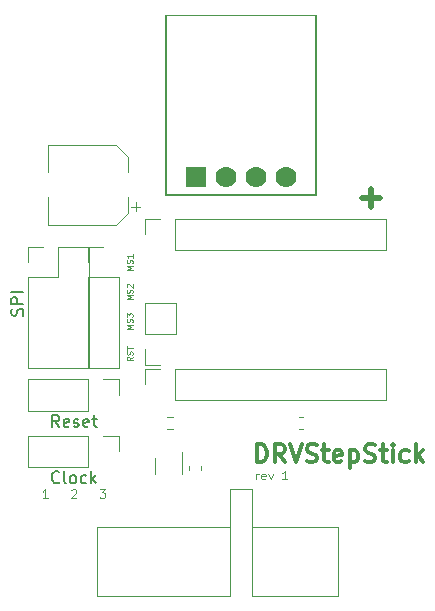
<source format=gto>
G04 #@! TF.GenerationSoftware,KiCad,Pcbnew,5.99.0-unknown-50e22de3ba~107~ubuntu20.04.1*
G04 #@! TF.CreationDate,2021-01-18T16:46:35-08:00*
G04 #@! TF.ProjectId,DRV-StepStick,4452562d-5374-4657-9053-7469636b2e6b,rev?*
G04 #@! TF.SameCoordinates,PX67f3540PY6cb8080*
G04 #@! TF.FileFunction,Legend,Top*
G04 #@! TF.FilePolarity,Positive*
%FSLAX46Y46*%
G04 Gerber Fmt 4.6, Leading zero omitted, Abs format (unit mm)*
G04 Created by KiCad (PCBNEW 5.99.0-unknown-50e22de3ba~107~ubuntu20.04.1) date 2021-01-18 16:46:35*
%MOMM*%
%LPD*%
G01*
G04 APERTURE LIST*
%ADD10C,0.150000*%
%ADD11C,0.100000*%
%ADD12C,0.300000*%
%ADD13C,0.125000*%
%ADD14C,0.500000*%
%ADD15C,0.120000*%
%ADD16R,1.778000X1.778000*%
%ADD17C,1.778000*%
G04 APERTURE END LIST*
D10*
X4761904Y14297620D02*
X4428571Y14773810D01*
X4190476Y14297620D02*
X4190476Y15297620D01*
X4571428Y15297620D01*
X4666666Y15250000D01*
X4714285Y15202381D01*
X4761904Y15107143D01*
X4761904Y14964286D01*
X4714285Y14869048D01*
X4666666Y14821429D01*
X4571428Y14773810D01*
X4190476Y14773810D01*
X5571428Y14345239D02*
X5476190Y14297620D01*
X5285714Y14297620D01*
X5190476Y14345239D01*
X5142857Y14440477D01*
X5142857Y14821429D01*
X5190476Y14916667D01*
X5285714Y14964286D01*
X5476190Y14964286D01*
X5571428Y14916667D01*
X5619047Y14821429D01*
X5619047Y14726191D01*
X5142857Y14630953D01*
X6000000Y14345239D02*
X6095238Y14297620D01*
X6285714Y14297620D01*
X6380952Y14345239D01*
X6428571Y14440477D01*
X6428571Y14488096D01*
X6380952Y14583334D01*
X6285714Y14630953D01*
X6142857Y14630953D01*
X6047619Y14678572D01*
X6000000Y14773810D01*
X6000000Y14821429D01*
X6047619Y14916667D01*
X6142857Y14964286D01*
X6285714Y14964286D01*
X6380952Y14916667D01*
X7238095Y14345239D02*
X7142857Y14297620D01*
X6952380Y14297620D01*
X6857142Y14345239D01*
X6809523Y14440477D01*
X6809523Y14821429D01*
X6857142Y14916667D01*
X6952380Y14964286D01*
X7142857Y14964286D01*
X7238095Y14916667D01*
X7285714Y14821429D01*
X7285714Y14726191D01*
X6809523Y14630953D01*
X7571428Y14964286D02*
X7952380Y14964286D01*
X7714285Y15297620D02*
X7714285Y14440477D01*
X7761904Y14345239D01*
X7857142Y14297620D01*
X7952380Y14297620D01*
D11*
X3789470Y8292576D02*
X3360898Y8292576D01*
X3575184Y8292576D02*
X3575184Y9042576D01*
X3503756Y8935433D01*
X3432327Y8864004D01*
X3360898Y8828290D01*
X5789470Y8971147D02*
X5825184Y9006861D01*
X5896613Y9042576D01*
X6075184Y9042576D01*
X6146613Y9006861D01*
X6182327Y8971147D01*
X6218041Y8899719D01*
X6218041Y8828290D01*
X6182327Y8721147D01*
X5753756Y8292576D01*
X6218041Y8292576D01*
X8182327Y9042576D02*
X8646613Y9042576D01*
X8396613Y8756861D01*
X8503756Y8756861D01*
X8575184Y8721147D01*
X8610898Y8685433D01*
X8646613Y8614004D01*
X8646613Y8435433D01*
X8610898Y8364004D01*
X8575184Y8328290D01*
X8503756Y8292576D01*
X8289470Y8292576D01*
X8218041Y8328290D01*
X8182327Y8364004D01*
D10*
X1654761Y23726191D02*
X1702380Y23869048D01*
X1702380Y24107143D01*
X1654761Y24202381D01*
X1607142Y24250000D01*
X1511904Y24297620D01*
X1416666Y24297620D01*
X1321428Y24250000D01*
X1273809Y24202381D01*
X1226190Y24107143D01*
X1178571Y23916667D01*
X1130952Y23821429D01*
X1083333Y23773810D01*
X988095Y23726191D01*
X892857Y23726191D01*
X797619Y23773810D01*
X750000Y23821429D01*
X702380Y23916667D01*
X702380Y24154762D01*
X750000Y24297620D01*
X1702380Y24726191D02*
X702380Y24726191D01*
X702380Y25107143D01*
X750000Y25202381D01*
X797619Y25250000D01*
X892857Y25297620D01*
X1035714Y25297620D01*
X1130952Y25250000D01*
X1178571Y25202381D01*
X1226190Y25107143D01*
X1226190Y24726191D01*
X1702380Y25726191D02*
X702380Y25726191D01*
D12*
X21502142Y11321429D02*
X21502142Y12821429D01*
X21859285Y12821429D01*
X22073571Y12750000D01*
X22216428Y12607143D01*
X22287857Y12464286D01*
X22359285Y12178572D01*
X22359285Y11964286D01*
X22287857Y11678572D01*
X22216428Y11535715D01*
X22073571Y11392858D01*
X21859285Y11321429D01*
X21502142Y11321429D01*
X23859285Y11321429D02*
X23359285Y12035715D01*
X23002142Y11321429D02*
X23002142Y12821429D01*
X23573571Y12821429D01*
X23716428Y12750000D01*
X23787857Y12678572D01*
X23859285Y12535715D01*
X23859285Y12321429D01*
X23787857Y12178572D01*
X23716428Y12107143D01*
X23573571Y12035715D01*
X23002142Y12035715D01*
X24287857Y12821429D02*
X24787857Y11321429D01*
X25287857Y12821429D01*
X25716428Y11392858D02*
X25930714Y11321429D01*
X26287857Y11321429D01*
X26430714Y11392858D01*
X26502142Y11464286D01*
X26573571Y11607143D01*
X26573571Y11750000D01*
X26502142Y11892858D01*
X26430714Y11964286D01*
X26287857Y12035715D01*
X26002142Y12107143D01*
X25859285Y12178572D01*
X25787857Y12250000D01*
X25716428Y12392858D01*
X25716428Y12535715D01*
X25787857Y12678572D01*
X25859285Y12750000D01*
X26002142Y12821429D01*
X26359285Y12821429D01*
X26573571Y12750000D01*
X27002142Y12321429D02*
X27573571Y12321429D01*
X27216428Y12821429D02*
X27216428Y11535715D01*
X27287857Y11392858D01*
X27430714Y11321429D01*
X27573571Y11321429D01*
X28645000Y11392858D02*
X28502142Y11321429D01*
X28216428Y11321429D01*
X28073571Y11392858D01*
X28002142Y11535715D01*
X28002142Y12107143D01*
X28073571Y12250000D01*
X28216428Y12321429D01*
X28502142Y12321429D01*
X28645000Y12250000D01*
X28716428Y12107143D01*
X28716428Y11964286D01*
X28002142Y11821429D01*
X29359285Y12321429D02*
X29359285Y10821429D01*
X29359285Y12250000D02*
X29502142Y12321429D01*
X29787857Y12321429D01*
X29930714Y12250000D01*
X30002142Y12178572D01*
X30073571Y12035715D01*
X30073571Y11607143D01*
X30002142Y11464286D01*
X29930714Y11392858D01*
X29787857Y11321429D01*
X29502142Y11321429D01*
X29359285Y11392858D01*
X30645000Y11392858D02*
X30859285Y11321429D01*
X31216428Y11321429D01*
X31359285Y11392858D01*
X31430714Y11464286D01*
X31502142Y11607143D01*
X31502142Y11750000D01*
X31430714Y11892858D01*
X31359285Y11964286D01*
X31216428Y12035715D01*
X30930714Y12107143D01*
X30787857Y12178572D01*
X30716428Y12250000D01*
X30645000Y12392858D01*
X30645000Y12535715D01*
X30716428Y12678572D01*
X30787857Y12750000D01*
X30930714Y12821429D01*
X31287857Y12821429D01*
X31502142Y12750000D01*
X31930714Y12321429D02*
X32502142Y12321429D01*
X32145000Y12821429D02*
X32145000Y11535715D01*
X32216428Y11392858D01*
X32359285Y11321429D01*
X32502142Y11321429D01*
X33002142Y11321429D02*
X33002142Y12321429D01*
X33002142Y12821429D02*
X32930714Y12750000D01*
X33002142Y12678572D01*
X33073571Y12750000D01*
X33002142Y12821429D01*
X33002142Y12678572D01*
X34359285Y11392858D02*
X34216428Y11321429D01*
X33930714Y11321429D01*
X33787857Y11392858D01*
X33716428Y11464286D01*
X33645000Y11607143D01*
X33645000Y12035715D01*
X33716428Y12178572D01*
X33787857Y12250000D01*
X33930714Y12321429D01*
X34216428Y12321429D01*
X34359285Y12250000D01*
X35002142Y11321429D02*
X35002142Y12821429D01*
X35145000Y11892858D02*
X35573571Y11321429D01*
X35573571Y12321429D02*
X35002142Y11750000D01*
D13*
X10976190Y22607143D02*
X10476190Y22607143D01*
X10833333Y22773810D01*
X10476190Y22940477D01*
X10976190Y22940477D01*
X10952380Y23154762D02*
X10976190Y23226191D01*
X10976190Y23345239D01*
X10952380Y23392858D01*
X10928571Y23416667D01*
X10880952Y23440477D01*
X10833333Y23440477D01*
X10785714Y23416667D01*
X10761904Y23392858D01*
X10738095Y23345239D01*
X10714285Y23250000D01*
X10690476Y23202381D01*
X10666666Y23178572D01*
X10619047Y23154762D01*
X10571428Y23154762D01*
X10523809Y23178572D01*
X10500000Y23202381D01*
X10476190Y23250000D01*
X10476190Y23369048D01*
X10500000Y23440477D01*
X10476190Y23607143D02*
X10476190Y23916667D01*
X10666666Y23750000D01*
X10666666Y23821429D01*
X10690476Y23869048D01*
X10714285Y23892858D01*
X10761904Y23916667D01*
X10880952Y23916667D01*
X10928571Y23892858D01*
X10952380Y23869048D01*
X10976190Y23821429D01*
X10976190Y23678572D01*
X10952380Y23630953D01*
X10928571Y23607143D01*
X10976190Y25107143D02*
X10476190Y25107143D01*
X10833333Y25273810D01*
X10476190Y25440477D01*
X10976190Y25440477D01*
X10952380Y25654762D02*
X10976190Y25726191D01*
X10976190Y25845239D01*
X10952380Y25892858D01*
X10928571Y25916667D01*
X10880952Y25940477D01*
X10833333Y25940477D01*
X10785714Y25916667D01*
X10761904Y25892858D01*
X10738095Y25845239D01*
X10714285Y25750000D01*
X10690476Y25702381D01*
X10666666Y25678572D01*
X10619047Y25654762D01*
X10571428Y25654762D01*
X10523809Y25678572D01*
X10500000Y25702381D01*
X10476190Y25750000D01*
X10476190Y25869048D01*
X10500000Y25940477D01*
X10523809Y26130953D02*
X10500000Y26154762D01*
X10476190Y26202381D01*
X10476190Y26321429D01*
X10500000Y26369048D01*
X10523809Y26392858D01*
X10571428Y26416667D01*
X10619047Y26416667D01*
X10690476Y26392858D01*
X10976190Y26107143D01*
X10976190Y26416667D01*
D10*
X4761904Y9642858D02*
X4714285Y9595239D01*
X4571428Y9547620D01*
X4476190Y9547620D01*
X4333333Y9595239D01*
X4238095Y9690477D01*
X4190476Y9785715D01*
X4142857Y9976191D01*
X4142857Y10119048D01*
X4190476Y10309524D01*
X4238095Y10404762D01*
X4333333Y10500000D01*
X4476190Y10547620D01*
X4571428Y10547620D01*
X4714285Y10500000D01*
X4761904Y10452381D01*
X5333333Y9547620D02*
X5238095Y9595239D01*
X5190476Y9690477D01*
X5190476Y10547620D01*
X5857142Y9547620D02*
X5761904Y9595239D01*
X5714285Y9642858D01*
X5666666Y9738096D01*
X5666666Y10023810D01*
X5714285Y10119048D01*
X5761904Y10166667D01*
X5857142Y10214286D01*
X6000000Y10214286D01*
X6095238Y10166667D01*
X6142857Y10119048D01*
X6190476Y10023810D01*
X6190476Y9738096D01*
X6142857Y9642858D01*
X6095238Y9595239D01*
X6000000Y9547620D01*
X5857142Y9547620D01*
X7047619Y9595239D02*
X6952380Y9547620D01*
X6761904Y9547620D01*
X6666666Y9595239D01*
X6619047Y9642858D01*
X6571428Y9738096D01*
X6571428Y10023810D01*
X6619047Y10119048D01*
X6666666Y10166667D01*
X6761904Y10214286D01*
X6952380Y10214286D01*
X7047619Y10166667D01*
X7476190Y9547620D02*
X7476190Y10547620D01*
X7571428Y9928572D02*
X7857142Y9547620D01*
X7857142Y10214286D02*
X7476190Y9833334D01*
D13*
X10976190Y20226191D02*
X10738095Y20059524D01*
X10976190Y19940477D02*
X10476190Y19940477D01*
X10476190Y20130953D01*
X10500000Y20178572D01*
X10523809Y20202381D01*
X10571428Y20226191D01*
X10642857Y20226191D01*
X10690476Y20202381D01*
X10714285Y20178572D01*
X10738095Y20130953D01*
X10738095Y19940477D01*
X10952380Y20416667D02*
X10976190Y20488096D01*
X10976190Y20607143D01*
X10952380Y20654762D01*
X10928571Y20678572D01*
X10880952Y20702381D01*
X10833333Y20702381D01*
X10785714Y20678572D01*
X10761904Y20654762D01*
X10738095Y20607143D01*
X10714285Y20511905D01*
X10690476Y20464286D01*
X10666666Y20440477D01*
X10619047Y20416667D01*
X10571428Y20416667D01*
X10523809Y20440477D01*
X10500000Y20464286D01*
X10476190Y20511905D01*
X10476190Y20630953D01*
X10500000Y20702381D01*
X10476190Y20845239D02*
X10476190Y21130953D01*
X10976190Y20988096D02*
X10476190Y20988096D01*
D14*
X30438095Y33657143D02*
X31961904Y33657143D01*
X31200000Y32895239D02*
X31200000Y34419048D01*
D13*
X10976190Y27607143D02*
X10476190Y27607143D01*
X10833333Y27773810D01*
X10476190Y27940477D01*
X10976190Y27940477D01*
X10952380Y28154762D02*
X10976190Y28226191D01*
X10976190Y28345239D01*
X10952380Y28392858D01*
X10928571Y28416667D01*
X10880952Y28440477D01*
X10833333Y28440477D01*
X10785714Y28416667D01*
X10761904Y28392858D01*
X10738095Y28345239D01*
X10714285Y28250000D01*
X10690476Y28202381D01*
X10666666Y28178572D01*
X10619047Y28154762D01*
X10571428Y28154762D01*
X10523809Y28178572D01*
X10500000Y28202381D01*
X10476190Y28250000D01*
X10476190Y28369048D01*
X10500000Y28440477D01*
X10976190Y28916667D02*
X10976190Y28630953D01*
X10976190Y28773810D02*
X10476190Y28773810D01*
X10547619Y28726191D01*
X10595238Y28678572D01*
X10619047Y28630953D01*
D11*
X21446428Y9860715D02*
X21446428Y10360715D01*
X21446428Y10217858D02*
X21482142Y10289286D01*
X21517857Y10325000D01*
X21589285Y10360715D01*
X21660714Y10360715D01*
X22196428Y9896429D02*
X22125000Y9860715D01*
X21982142Y9860715D01*
X21910714Y9896429D01*
X21875000Y9967858D01*
X21875000Y10253572D01*
X21910714Y10325000D01*
X21982142Y10360715D01*
X22125000Y10360715D01*
X22196428Y10325000D01*
X22232142Y10253572D01*
X22232142Y10182143D01*
X21875000Y10110715D01*
X22482142Y10360715D02*
X22660714Y9860715D01*
X22839285Y10360715D01*
X24089285Y9860715D02*
X23660714Y9860715D01*
X23875000Y9860715D02*
X23875000Y10610715D01*
X23803571Y10503572D01*
X23732142Y10432143D01*
X23660714Y10396429D01*
D15*
X19253000Y5815000D02*
X19253000Y15000D01*
X19253000Y15000D02*
X7953000Y15000D01*
X21053000Y9015000D02*
X21053000Y5815000D01*
X7953000Y15000D02*
X7953000Y5815000D01*
X19253000Y9015000D02*
X21053000Y9015000D01*
X28353000Y5815000D02*
X21053000Y5815000D01*
X28353000Y5815000D02*
X28353000Y15000D01*
X19253000Y5815000D02*
X19253000Y9015000D01*
X21053000Y5815000D02*
X21053000Y15000D01*
X7953000Y5815000D02*
X19253000Y5815000D01*
X21053000Y15000D02*
X28353000Y15000D01*
D10*
X26530000Y49156000D02*
X26530000Y33916000D01*
X26530000Y33916000D02*
X13830000Y33916000D01*
X13830000Y49156000D02*
X13830000Y33916000D01*
D11*
X26530000Y49150000D02*
X13830000Y49150000D01*
D15*
X15780000Y10657221D02*
X15780000Y10982779D01*
X16800000Y10657221D02*
X16800000Y10982779D01*
X25382779Y15160000D02*
X25057221Y15160000D01*
X25382779Y14140000D02*
X25057221Y14140000D01*
X7230000Y15670000D02*
X2090000Y15670000D01*
X9830000Y18330000D02*
X9830000Y17000000D01*
X2090000Y18330000D02*
X2090000Y15670000D01*
X7230000Y18330000D02*
X7230000Y15670000D01*
X8500000Y18330000D02*
X9830000Y18330000D01*
X7230000Y18330000D02*
X2090000Y18330000D01*
X13330000Y19580000D02*
X12000000Y19580000D01*
X14660000Y24780000D02*
X12000000Y24780000D01*
X12000000Y19580000D02*
X12000000Y20910000D01*
X12000000Y22180000D02*
X12000000Y24780000D01*
X14660000Y22180000D02*
X12000000Y22180000D01*
X14660000Y22180000D02*
X14660000Y24780000D01*
X2090000Y26980000D02*
X4690000Y26980000D01*
X2090000Y28250000D02*
X2090000Y29580000D01*
X2090000Y29580000D02*
X3420000Y29580000D01*
X2090000Y19300000D02*
X7290000Y19300000D01*
X2090000Y26980000D02*
X2090000Y19300000D01*
X4690000Y26980000D02*
X4690000Y29580000D01*
X7290000Y29580000D02*
X7290000Y19300000D01*
X4690000Y29580000D02*
X7290000Y29580000D01*
X14397258Y14097500D02*
X13922742Y14097500D01*
X14397258Y15142500D02*
X13922742Y15142500D01*
X12840000Y11700000D02*
X12840000Y10300000D01*
X15160000Y10300000D02*
X15160000Y12200000D01*
X12000000Y30620000D02*
X12000000Y31950000D01*
X14600000Y29290000D02*
X32440000Y29290000D01*
X14600000Y31950000D02*
X32440000Y31950000D01*
X14600000Y29290000D02*
X14600000Y31950000D01*
X12000000Y31950000D02*
X13330000Y31950000D01*
X32440000Y29290000D02*
X32440000Y31950000D01*
X7170000Y29580000D02*
X8500000Y29580000D01*
X7170000Y19300000D02*
X9830000Y19300000D01*
X7170000Y28250000D02*
X7170000Y29580000D01*
X9830000Y26980000D02*
X9830000Y19300000D01*
X7170000Y26980000D02*
X9830000Y26980000D01*
X7170000Y26980000D02*
X7170000Y19300000D01*
X12000000Y17920000D02*
X12000000Y19250000D01*
X32440000Y16590000D02*
X32440000Y19250000D01*
X14600000Y16590000D02*
X32440000Y16590000D01*
X12000000Y19250000D02*
X13330000Y19250000D01*
X14600000Y19250000D02*
X32440000Y19250000D01*
X14600000Y16590000D02*
X14600000Y19250000D01*
X3790000Y38210000D02*
X3790000Y35860000D01*
X10610000Y32454437D02*
X10610000Y33740000D01*
X9545563Y31390000D02*
X3790000Y31390000D01*
X10610000Y37145563D02*
X10610000Y35860000D01*
X11243750Y32558750D02*
X11243750Y33346250D01*
X3790000Y31390000D02*
X3790000Y33740000D01*
X10610000Y32454437D02*
X9545563Y31390000D01*
X9545563Y38210000D02*
X3790000Y38210000D01*
X11637500Y32952500D02*
X10850000Y32952500D01*
X10610000Y37145563D02*
X9545563Y38210000D01*
X7230000Y13580000D02*
X7230000Y10920000D01*
X2090000Y13580000D02*
X2090000Y10920000D01*
X7230000Y13580000D02*
X2090000Y13580000D01*
X7230000Y10920000D02*
X2090000Y10920000D01*
X8500000Y13580000D02*
X9830000Y13580000D01*
X9830000Y13580000D02*
X9830000Y12250000D01*
D16*
X16370000Y35440000D03*
D17*
X18910000Y35440000D03*
X21450000Y35440000D03*
X23990000Y35440000D03*
M02*

</source>
